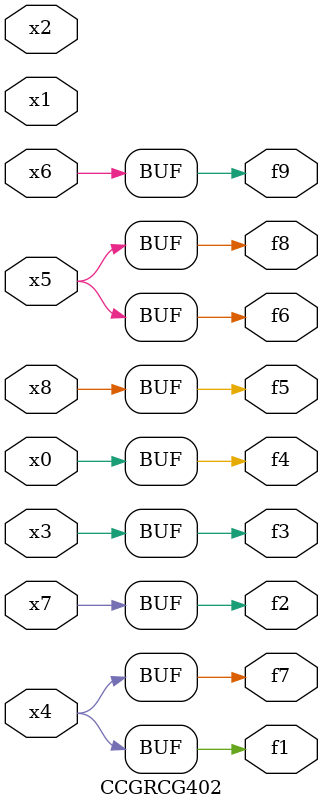
<source format=v>
module CCGRCG402(
	input x0, x1, x2, x3, x4, x5, x6, x7, x8,
	output f1, f2, f3, f4, f5, f6, f7, f8, f9
);
	assign f1 = x4;
	assign f2 = x7;
	assign f3 = x3;
	assign f4 = x0;
	assign f5 = x8;
	assign f6 = x5;
	assign f7 = x4;
	assign f8 = x5;
	assign f9 = x6;
endmodule

</source>
